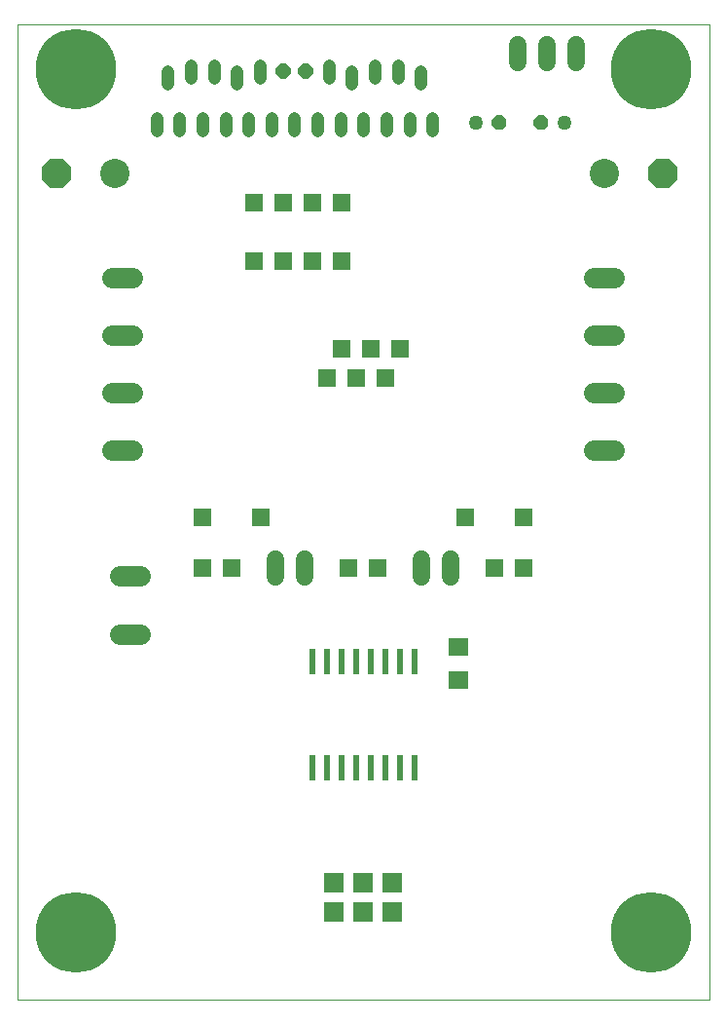
<source format=gts>
G75*
%MOIN*%
%OFA0B0*%
%FSLAX24Y24*%
%IPPOS*%
%LPD*%
%AMOC8*
5,1,8,0,0,1.08239X$1,22.5*
%
%ADD10C,0.0000*%
%ADD11C,0.0433*%
%ADD12OC8,0.0512*%
%ADD13R,0.0591X0.0591*%
%ADD14C,0.1000*%
%ADD15OC8,0.1000*%
%ADD16C,0.0600*%
%ADD17OC8,0.0500*%
%ADD18C,0.0500*%
%ADD19R,0.0710X0.0630*%
%ADD20R,0.0689X0.0689*%
%ADD21C,0.0705*%
%ADD22R,0.0236X0.0866*%
%ADD23C,0.2756*%
D10*
X007676Y000126D02*
X007676Y033501D01*
X031376Y033501D01*
X031376Y000126D01*
X007676Y000126D01*
D11*
X012440Y029868D02*
X012440Y030301D01*
X013227Y030301D02*
X013227Y029868D01*
X014014Y029868D02*
X014014Y030301D01*
X014802Y030301D02*
X014802Y029868D01*
X015589Y029868D02*
X015589Y030301D01*
X015195Y031443D02*
X015195Y031876D01*
X014408Y031659D02*
X014408Y032092D01*
X013621Y032092D02*
X013621Y031659D01*
X012833Y031876D02*
X012833Y031443D01*
X015983Y031659D02*
X015983Y032092D01*
X016377Y030301D02*
X016377Y029868D01*
X017164Y029868D02*
X017164Y030301D01*
X017951Y030301D02*
X017951Y029868D01*
X018739Y029868D02*
X018739Y030301D01*
X019132Y031443D02*
X019132Y031876D01*
X019920Y031659D02*
X019920Y032092D01*
X020707Y032092D02*
X020707Y031659D01*
X021495Y031876D02*
X021495Y031443D01*
X021888Y030301D02*
X021888Y029868D01*
X021101Y029868D02*
X021101Y030301D01*
X020314Y030301D02*
X020314Y029868D01*
X019526Y029868D02*
X019526Y030301D01*
X018345Y031659D02*
X018345Y032092D01*
D12*
X017558Y031876D03*
X016770Y031876D03*
D13*
X016776Y027376D03*
X015776Y027376D03*
X015776Y025376D03*
X016776Y025376D03*
X017776Y025376D03*
X018776Y025376D03*
X018776Y027376D03*
X017776Y027376D03*
X018776Y022376D03*
X018276Y021376D03*
X019276Y021376D03*
X019776Y022376D03*
X020276Y021376D03*
X020776Y022376D03*
X023026Y016626D03*
X024026Y014876D03*
X025026Y014876D03*
X025026Y016626D03*
X020026Y014876D03*
X019026Y014876D03*
X016026Y016626D03*
X015026Y014876D03*
X014026Y014876D03*
X014026Y016626D03*
D14*
X011026Y028376D03*
X027776Y028376D03*
D15*
X029776Y028376D03*
X009026Y028376D03*
D16*
X016526Y015176D02*
X016526Y014576D01*
X017526Y014576D02*
X017526Y015176D01*
X021526Y015176D02*
X021526Y014576D01*
X022526Y014576D02*
X022526Y015176D01*
X024825Y032201D02*
X024825Y032801D01*
X025825Y032801D02*
X025825Y032201D01*
X026825Y032201D02*
X026825Y032801D01*
D17*
X025626Y030126D03*
X024176Y030126D03*
D18*
X023376Y030126D03*
X026426Y030126D03*
D19*
X022776Y012185D03*
X022776Y011066D03*
D20*
X020526Y004126D03*
X020526Y003126D03*
X019526Y003126D03*
X019526Y004126D03*
X018526Y004126D03*
X018526Y003126D03*
D21*
X011879Y012641D02*
X011174Y012641D01*
X011174Y014610D02*
X011879Y014610D01*
X011629Y018923D02*
X010924Y018923D01*
X010924Y020891D02*
X011629Y020891D01*
X011629Y022860D02*
X010924Y022860D01*
X010924Y024828D02*
X011629Y024828D01*
X027424Y024828D02*
X028129Y024828D01*
X028129Y022860D02*
X027424Y022860D01*
X027424Y020891D02*
X028129Y020891D01*
X028129Y018923D02*
X027424Y018923D01*
D22*
X021276Y011687D03*
X020776Y011687D03*
X020276Y011687D03*
X019776Y011687D03*
X019276Y011687D03*
X018776Y011687D03*
X018276Y011687D03*
X017776Y011687D03*
X017776Y008065D03*
X018276Y008065D03*
X018776Y008065D03*
X019276Y008065D03*
X019776Y008065D03*
X020276Y008065D03*
X020776Y008065D03*
X021276Y008065D03*
D23*
X029369Y002409D03*
X009684Y002409D03*
X009684Y031968D03*
X029369Y031968D03*
M02*

</source>
